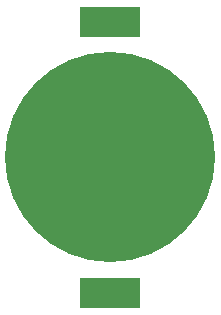
<source format=gbp>
%TF.GenerationSoftware,KiCad,Pcbnew,7.0.10-7.0.10~ubuntu22.04.1*%
%TF.CreationDate,2024-01-03T17:37:56-08:00*%
%TF.ProjectId,EtherKeyerMini,45746865-724b-4657-9965-724d696e692e,A*%
%TF.SameCoordinates,Original*%
%TF.FileFunction,Paste,Bot*%
%TF.FilePolarity,Positive*%
%FSLAX46Y46*%
G04 Gerber Fmt 4.6, Leading zero omitted, Abs format (unit mm)*
G04 Created by KiCad (PCBNEW 7.0.10-7.0.10~ubuntu22.04.1) date 2024-01-03 17:37:56*
%MOMM*%
%LPD*%
G01*
G04 APERTURE LIST*
%ADD10R,5.100000X2.500000*%
%ADD11C,17.800000*%
G04 APERTURE END LIST*
D10*
%TO.C,BT1*%
X111000000Y-86450000D03*
X111000000Y-63550000D03*
D11*
X111000000Y-75000000D03*
%TD*%
M02*

</source>
